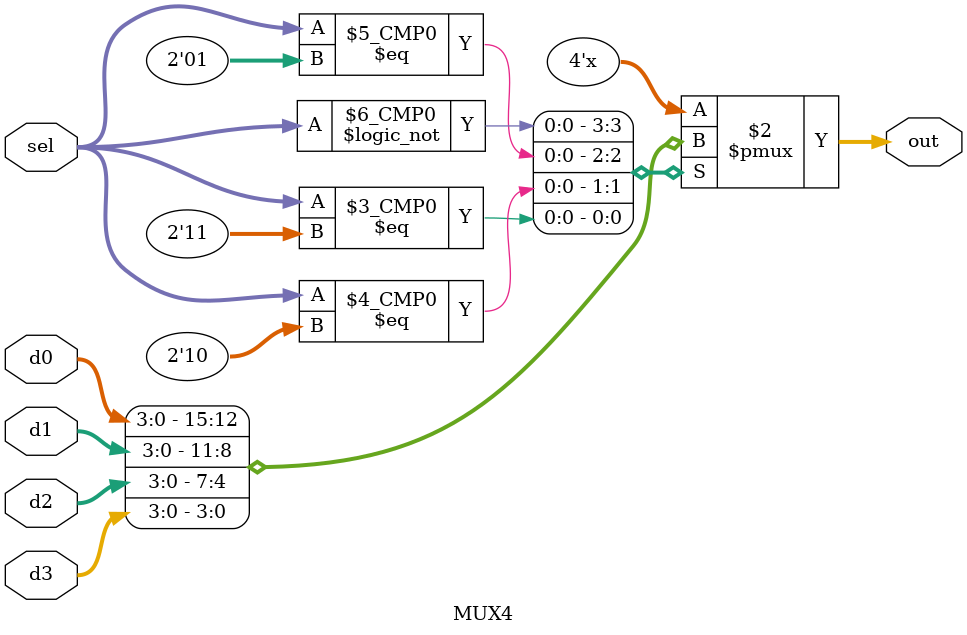
<source format=v>
`timescale 1ns / 1ps


module MUX4 #(parameter Data_width = 4)(
input [Data_width - 1:0] d0, d1, d2, d3,
input [1:0] sel,
output reg [Data_width - 1:0] out 
);

always @ (d0, d1, d2, d3, sel)
begin
       case (sel)
            2'b00: out <= d0;
            2'b01: out <= d1;
            2'b10: out <= d2;
            2'b11: out <= d3;
        endcase
end
endmodule

</source>
